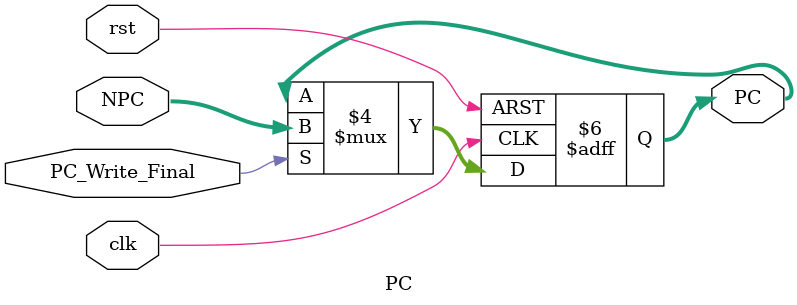
<source format=v>
module PC( clk, rst, NPC, PC, PC_Write_Final );

  input              clk;
  input              rst;
  input             PC_Write_Final;
  input       [31:0] NPC;
  output reg  [31:0] PC;

  initial
    begin
      PC <= 32'h0000_0000;
    end

  always @(posedge clk, posedge rst)//下降沿更新pc,
    begin
    if (rst) 
      PC <= 32'h0000_0000;
    else
      begin
        if(PC_Write_Final)
          PC <= NPC;
        else
          PC <= PC;
      end
    end
      
endmodule



</source>
